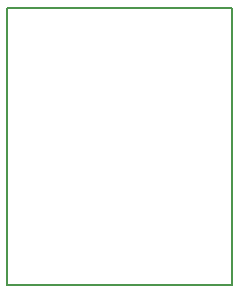
<source format=gm1>
G04 #@! TF.FileFunction,Profile,NP*
%FSLAX46Y46*%
G04 Gerber Fmt 4.6, Leading zero omitted, Abs format (unit mm)*
G04 Created by KiCad (PCBNEW 4.0.7-e0-6372~58~ubuntu16.04.1) date Tue Sep 12 02:06:09 2017*
%MOMM*%
%LPD*%
G01*
G04 APERTURE LIST*
%ADD10C,0.100000*%
%ADD11C,0.150000*%
G04 APERTURE END LIST*
D10*
D11*
X157480000Y-94615000D02*
X157480000Y-118110000D01*
X138430000Y-94615000D02*
X157480000Y-94615000D01*
X138430000Y-118110000D02*
X138430000Y-94615000D01*
X157480000Y-118110000D02*
X138430000Y-118110000D01*
M02*

</source>
